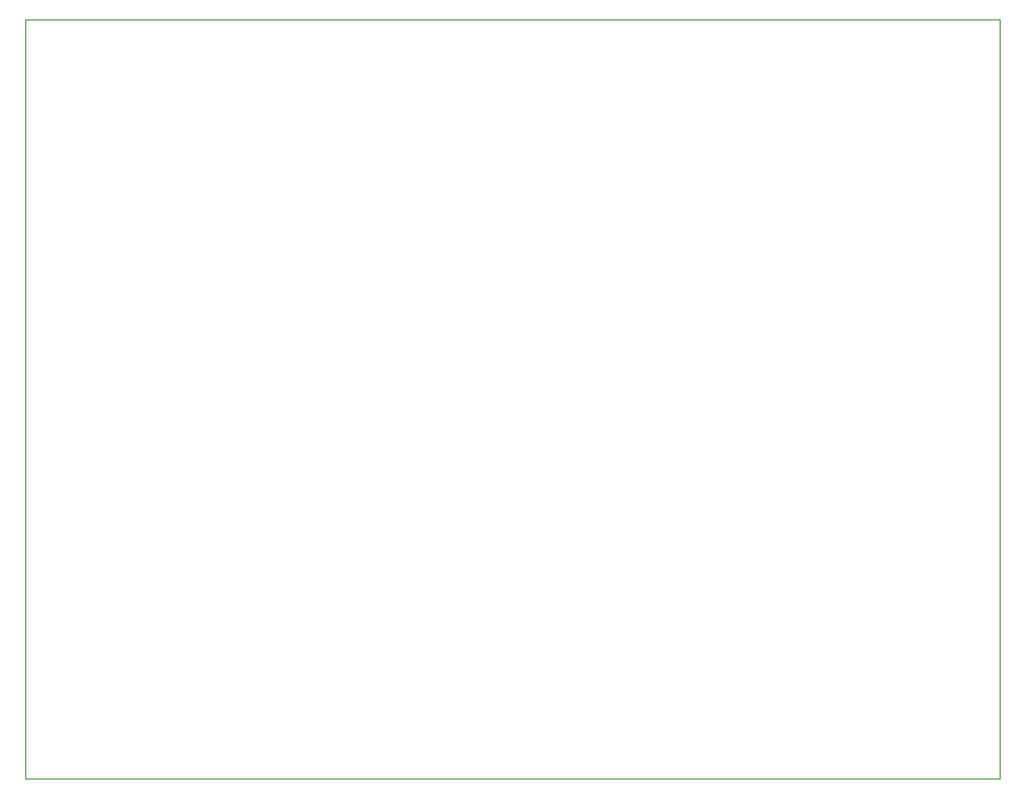
<source format=gm1>
G04 #@! TF.GenerationSoftware,KiCad,Pcbnew,(5.0.1-3-g963ef8bb5)*
G04 #@! TF.CreationDate,2019-01-03T16:06:43+01:00*
G04 #@! TF.ProjectId,AnalogEVSE,416E616C6F67455653452E6B69636164,1.6*
G04 #@! TF.SameCoordinates,Original*
G04 #@! TF.FileFunction,Profile,NP*
%FSLAX46Y46*%
G04 Gerber Fmt 4.6, Leading zero omitted, Abs format (unit mm)*
G04 Created by KiCad (PCBNEW (5.0.1-3-g963ef8bb5)) date 2019 January 03, Thursday 16:06:43*
%MOMM*%
%LPD*%
G01*
G04 APERTURE LIST*
%ADD10C,0.100000*%
G04 APERTURE END LIST*
D10*
X191660000Y-95071000D02*
X106970000Y-95071000D01*
X191660000Y-29071000D02*
X191660000Y-95071000D01*
X106970000Y-29071000D02*
X191660000Y-29071000D01*
X106970000Y-95071000D02*
X106970000Y-29071000D01*
M02*

</source>
